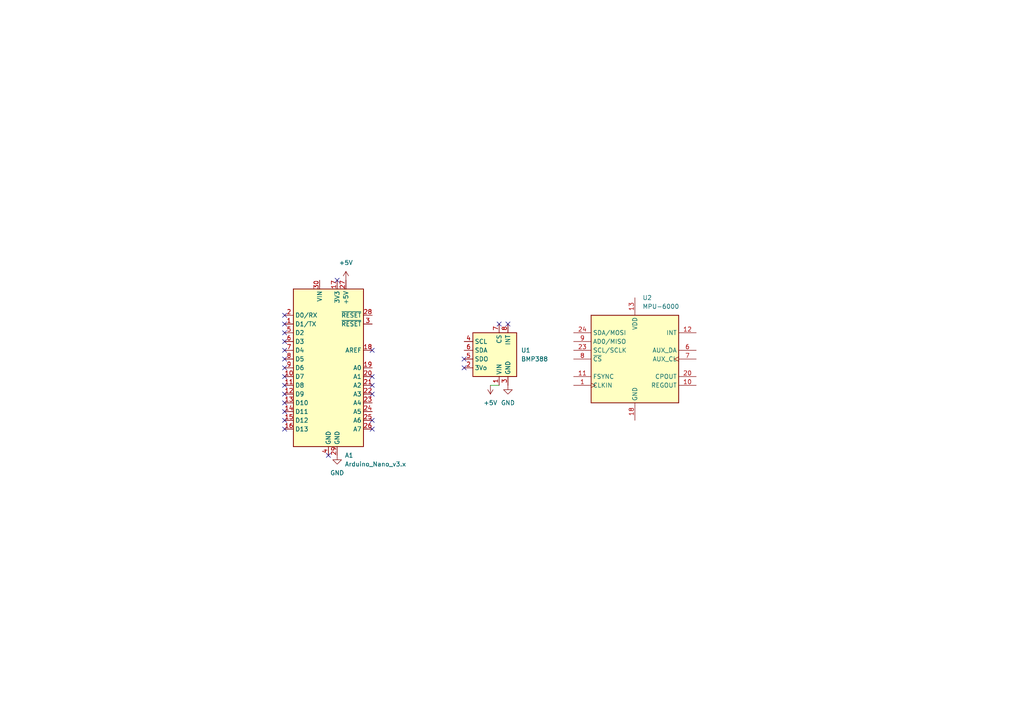
<source format=kicad_sch>
(kicad_sch (version 20230121) (generator eeschema)
  (paper "A4")
  (lib_symbols
    (symbol "MCU_Module:Arduino_Nano_v3.x"
      (property "Reference" "A" (at -10.16 23.495 0))
      (property "Value" "Arduino_Nano_v3.x" (at 5.08 -24.13 0))
      (symbol "Arduino_Nano_v3.x_0_1"
        (rectangle (start -10.16 22.86) (end 10.16 -22.86) (stroke (width 0.254)) (fill (type background)))
      )
      (symbol "Arduino_Nano_v3.x_1_1"
        (pin bidirectional line (at -12.7 12.7 0) (length 2.54) (name "D1/TX") (number "1"))
        (pin bidirectional line (at -12.7 -2.54 0) (length 2.54) (name "D7") (number "10"))
        (pin bidirectional line (at -12.7 -5.08 0) (length 2.54) (name "D8") (number "11"))
        (pin bidirectional line (at -12.7 -7.62 0) (length 2.54) (name "D9") (number "12"))
        (pin bidirectional line (at -12.7 -10.16 0) (length 2.54) (name "D10") (number "13"))
        (pin bidirectional line (at -12.7 -12.7 0) (length 2.54) (name "D11") (number "14"))
        (pin bidirectional line (at -12.7 -15.24 0) (length 2.54) (name "D12") (number "15"))
        (pin bidirectional line (at -12.7 -17.78 0) (length 2.54) (name "D13") (number "16"))
        (pin power_out line (at 2.54 25.4 270) (length 2.54) (name "3V3") (number "17"))
        (pin input line (at 12.7 5.08 180) (length 2.54) (name "AREF") (number "18"))
        (pin bidirectional line (at 12.7 0 180) (length 2.54) (name "A0") (number "19"))
        (pin bidirectional line (at -12.7 15.24 0) (length 2.54) (name "D0/RX") (number "2"))
        (pin bidirectional line (at 12.7 -2.54 180) (length 2.54) (name "A1") (number "20"))
        (pin bidirectional line (at 12.7 -5.08 180) (length 2.54) (name "A2") (number "21"))
        (pin bidirectional line (at 12.7 -7.62 180) (length 2.54) (name "A3") (number "22"))
        (pin bidirectional line (at 12.7 -10.16 180) (length 2.54) (name "A4") (number "23"))
        (pin bidirectional line (at 12.7 -12.7 180) (length 2.54) (name "A5") (number "24"))
        (pin bidirectional line (at 12.7 -15.24 180) (length 2.54) (name "A6") (number "25"))
        (pin bidirectional line (at 12.7 -17.78 180) (length 2.54) (name "A7") (number "26"))
        (pin power_out line (at 5.08 25.4 270) (length 2.54) (name "+5V") (number "27"))
        (pin input line (at 12.7 15.24 180) (length 2.54) (name "~{RESET}") (number "28"))
        (pin power_in line (at 2.54 -25.4 90) (length 2.54) (name "GND") (number "29"))
        (pin input line (at 12.7 12.7 180) (length 2.54) (name "~{RESET}") (number "3"))
        (pin power_in line (at -2.54 25.4 270) (length 2.54) (name "VIN") (number "30"))
        (pin power_in line (at 0 -25.4 90) (length 2.54) (name "GND") (number "4"))
        (pin bidirectional line (at -12.7 10.16 0) (length 2.54) (name "D2") (number "5"))
        (pin bidirectional line (at -12.7 7.62 0) (length 2.54) (name "D3") (number "6"))
        (pin bidirectional line (at -12.7 5.08 0) (length 2.54) (name "D4") (number "7"))
        (pin bidirectional line (at -12.7 2.54 0) (length 2.54) (name "D5") (number "8"))
        (pin bidirectional line (at -12.7 0 0) (length 2.54) (name "D6") (number "9"))
      )
    )
    (symbol "Sensor_Motion:MPU-6000"
      (property "Reference" "U" (at -11.43 13.97 0))
      (property "Value" "MPU-6000" (at 7.62 -13.97 0))
      (symbol "MPU-6000_0_1"
        (rectangle (start -12.7 12.7) (end 12.7 -12.7) (stroke (width 0.254)) (fill (type background)))
      )
      (symbol "MPU-6000_1_1"
        (pin input clock (at -17.78 -7.62 0) (length 5.08) (name "CLKIN") (number "1"))
        (pin passive line (at 17.78 -7.62 180) (length 5.08) (name "REGOUT") (number "10"))
        (pin input line (at -17.78 -5.08 0) (length 5.08) (name "FSYNC") (number "11"))
        (pin output line (at 17.78 7.62 180) (length 5.08) (name "INT") (number "12"))
        (pin power_in line (at 0 17.78 270) (length 5.08) (name "VDD") (number "13"))
        (pin power_in line (at 0 -17.78 90) (length 5.08) (name "GND") (number "18"))
        (pin passive line (at 17.78 -5.08 180) (length 5.08) (name "CPOUT") (number "20"))
        (pin input line (at -17.78 2.54 0) (length 5.08) (name "SCL/SCLK") (number "23"))
        (pin bidirectional line (at -17.78 7.62 0) (length 5.08) (name "SDA/MOSI") (number "24"))
        (pin bidirectional line (at 17.78 2.54 180) (length 5.08) (name "AUX_DA") (number "6"))
        (pin output clock (at 17.78 0 180) (length 5.08) (name "AUX_CL") (number "7"))
        (pin input line (at -17.78 0 0) (length 5.08) (name "~{CS}") (number "8"))
        (pin bidirectional line (at -17.78 5.08 0) (length 5.08) (name "AD0/MISO") (number "9"))
      )
    )
    (symbol "Sensor_Pressure:BMP280"
      (property "Reference" "U1" (at 6.35 2.54 0))
      (property "Value" "BMP388" (at 6.35 0 0))
      (symbol "BMP280_0_1"
        (rectangle (start -7.62 -5.08) (end 5.08 7.62) (stroke (width 0.254)) (fill (type background)))
      )
      (symbol "BMP280_1_1"
        (pin power_in line (at 0 -7.62 90) (length 2.54) (name "VIN") (number "1"))
        (pin power_out line (at -10.16 -2.54 0) (length 2.54) (name "3Vo") (number "2"))
        (pin power_in line (at 2.54 -7.62 90) (length 2.54) (name "GND") (number "3"))
        (pin input line (at -10.16 5.08 0) (length 2.54) (name "SCL") (number "4"))
        (pin bidirectional line (at -10.16 0 0) (length 2.54) (name "SDO") (number "5"))
        (pin bidirectional line (at -10.16 2.54 0) (length 2.54) (name "SDA") (number "6"))
        (pin bidirectional line (at 0 10.16 270) (length 2.54) (name "CS") (number "7"))
        (pin input line (at 2.54 10.16 270) (length 2.54) (name "INT") (number "8"))
      )
    )
    (symbol "power:+5V" (power) (pin_names (offset 0))
      (property "Value" "+5V" (at 0 3.556 0))
      (symbol "+5V_0_1"
        (polyline (pts (xy -0.762 1.27) (xy 0 2.54)))
        (polyline (pts (xy 0 0) (xy 0 2.54)))
        (polyline (pts (xy 0 2.54) (xy 0.762 1.27)))
      )
      (symbol "+5V_1_1"
        (pin power_in line (at 0 0 90) (length 0) hide (name "+5V") (number "1"))
      )
    )
    (symbol "power:GND" (power) (pin_names (offset 0))
      (property "Value" "GND" (at 0 -3.81 0))
      (symbol "GND_0_1"
        (polyline (pts (xy 0 0) (xy 0 -1.27) (xy 1.27 -1.27) (xy 0 -2.54) (xy -1.27 -1.27) (xy 0 -1.27)))
      )
      (symbol "GND_1_1"
        (pin power_in line (at 0 0 270) (length 0) hide (name "GND") (number "1"))
      )
    )
  )
  (no_connect (at 82.55 99.06))
  (no_connect (at 82.55 93.98))
  (no_connect (at 134.62 104.14))
  (no_connect (at 107.95 109.22))
  (no_connect (at 82.55 96.52))
  (no_connect (at 107.95 121.92))
  (no_connect (at 82.55 111.76))
  (no_connect (at 82.55 116.84))
  (no_connect (at 97.79 81.28))
  (no_connect (at 82.55 114.3))
  (no_connect (at 107.95 101.6))
  (no_connect (at 147.32 93.98))
  (no_connect (at 82.55 109.22))
  (no_connect (at 107.95 114.3))
  (no_connect (at 95.25 132.08))
  (no_connect (at 82.55 91.44))
  (no_connect (at 82.55 101.6))
  (no_connect (at 144.78 93.98))
  (no_connect (at 82.55 119.38))
  (no_connect (at 107.95 111.76))
  (no_connect (at 82.55 104.14))
  (no_connect (at 82.55 124.46))
  (no_connect (at 134.62 106.68))
  (no_connect (at 82.55 106.68))
  (no_connect (at 82.55 121.92))
  (no_connect (at 107.95 124.46))
  (wire (pts (xy 142.24 111.76) (xy 144.78 111.76)))
  (symbol (lib_id "power:+5V") (at 142.24 111.76 0) (mirror x) (unit 1)
    (property "Reference" "#PWR04" (effects hide))
    (property "Value" "+5V" (at 142.24 116.84 0))
  )
  (symbol (lib_id "power:+5V") (at 100.33 81.28 0) (unit 1)
    (property "Reference" "#PWR02" (effects hide))
    (property "Value" "+5V" (at 100.33 76.2 0))
  )
  (symbol (lib_id "MCU_Module:Arduino_Nano_v3.x") (at 95.25 106.68 0) (unit 1)
    (property "Reference" "A1" (at 99.9841 132.08 0) (effects (justify left)))
    (property "Value" "Arduino_Nano_v3.x" (at 99.9841 134.62 0) (effects (justify left)))
    (property "Footprint" "Module:Arduino_Nano" (effects hide))
    (property "Datasheet" "http://www.mouser.com/pdfdocs/Gravitech_Arduino_Nano3_0.pdf" (effects hide))
  )
  (symbol (lib_id "Sensor_Motion:MPU-6000") (at 184.15 104.14 0) (unit 1)
    (property "Reference" "U2" (at 186.3441 86.36 0) (effects (justify left)))
    (property "Value" "MPU-6000" (at 186.3441 88.9 0) (effects (justify left)))
    (property "Footprint" "Connector_PinSocket_2.54mm:PinSocket_1x08_P2.54mm_Vertical" (effects hide))
    (property "Datasheet" "https://invensense.tdk.com/wp-content/uploads/2015/02/MPU-6000-Datasheet1.pdf" (effects hide))
  )
  (symbol (lib_id "Sensor_Pressure:BMP280") (at 144.78 104.14 0) (unit 1)
    (property "Reference" "U1" (at 151.13 101.6 0) (effects (justify left)))
    (property "Value" "BMP388" (at 151.13 104.14 0) (effects (justify left)))
    (property "Footprint" "Connector_PinSocket_2.54mm:PinSocket_1x08_P2.54mm_Vertical" (effects hide))
  )
  (symbol (lib_id "power:GND") (at 147.32 111.76 0) (unit 1)
    (property "Reference" "#PWR03" (effects hide))
    (property "Value" "GND" (at 147.32 116.84 0))
  )
  (symbol (lib_id "power:GND") (at 97.79 132.08 0) (unit 1)
    (property "Reference" "#PWR01" (effects hide))
    (property "Value" "GND" (at 97.79 137.16 0))
  )
)
</source>
